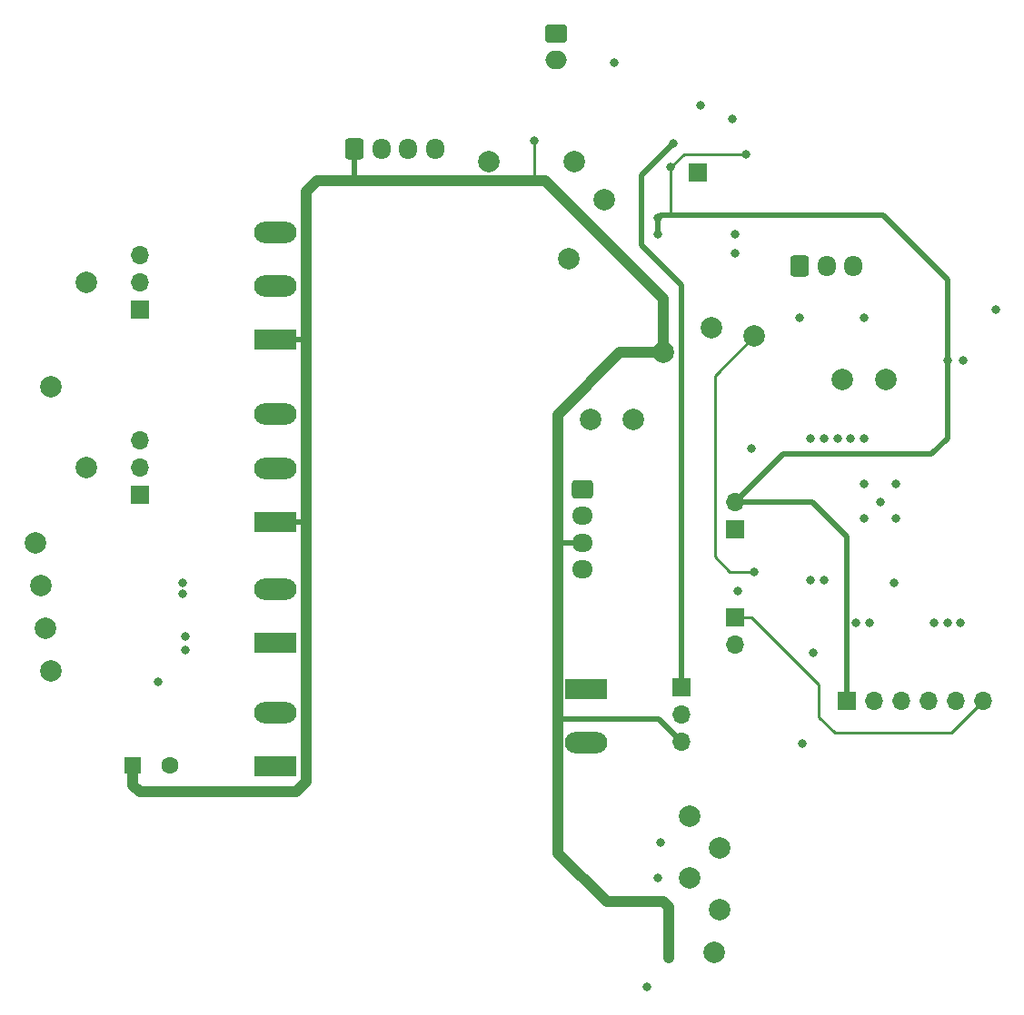
<source format=gbl>
%TF.GenerationSoftware,KiCad,Pcbnew,(6.0.5)*%
%TF.CreationDate,2022-06-07T13:18:44+00:00*%
%TF.ProjectId,co2_sensor_node,636f325f-7365-46e7-936f-725f6e6f6465,rev?*%
%TF.SameCoordinates,Original*%
%TF.FileFunction,Copper,L4,Bot*%
%TF.FilePolarity,Positive*%
%FSLAX46Y46*%
G04 Gerber Fmt 4.6, Leading zero omitted, Abs format (unit mm)*
G04 Created by KiCad (PCBNEW (6.0.5)) date 2022-06-07 13:18:44*
%MOMM*%
%LPD*%
G01*
G04 APERTURE LIST*
G04 Aperture macros list*
%AMRoundRect*
0 Rectangle with rounded corners*
0 $1 Rounding radius*
0 $2 $3 $4 $5 $6 $7 $8 $9 X,Y pos of 4 corners*
0 Add a 4 corners polygon primitive as box body*
4,1,4,$2,$3,$4,$5,$6,$7,$8,$9,$2,$3,0*
0 Add four circle primitives for the rounded corners*
1,1,$1+$1,$2,$3*
1,1,$1+$1,$4,$5*
1,1,$1+$1,$6,$7*
1,1,$1+$1,$8,$9*
0 Add four rect primitives between the rounded corners*
20,1,$1+$1,$2,$3,$4,$5,0*
20,1,$1+$1,$4,$5,$6,$7,0*
20,1,$1+$1,$6,$7,$8,$9,0*
20,1,$1+$1,$8,$9,$2,$3,0*%
G04 Aperture macros list end*
%TA.AperFunction,ComponentPad*%
%ADD10R,1.700000X1.700000*%
%TD*%
%TA.AperFunction,ComponentPad*%
%ADD11O,1.700000X1.700000*%
%TD*%
%TA.AperFunction,ComponentPad*%
%ADD12C,2.000000*%
%TD*%
%TA.AperFunction,ComponentPad*%
%ADD13R,3.960000X1.980000*%
%TD*%
%TA.AperFunction,ComponentPad*%
%ADD14O,3.960000X1.980000*%
%TD*%
%TA.AperFunction,ComponentPad*%
%ADD15RoundRect,0.250000X-0.725000X0.600000X-0.725000X-0.600000X0.725000X-0.600000X0.725000X0.600000X0*%
%TD*%
%TA.AperFunction,ComponentPad*%
%ADD16O,1.950000X1.700000*%
%TD*%
%TA.AperFunction,ComponentPad*%
%ADD17RoundRect,0.250000X-0.750000X0.600000X-0.750000X-0.600000X0.750000X-0.600000X0.750000X0.600000X0*%
%TD*%
%TA.AperFunction,ComponentPad*%
%ADD18O,2.000000X1.700000*%
%TD*%
%TA.AperFunction,ComponentPad*%
%ADD19RoundRect,0.250000X-0.600000X-0.725000X0.600000X-0.725000X0.600000X0.725000X-0.600000X0.725000X0*%
%TD*%
%TA.AperFunction,ComponentPad*%
%ADD20O,1.700000X1.950000*%
%TD*%
%TA.AperFunction,ComponentPad*%
%ADD21R,1.600000X1.600000*%
%TD*%
%TA.AperFunction,ComponentPad*%
%ADD22C,1.600000*%
%TD*%
%TA.AperFunction,ComponentPad*%
%ADD23C,0.500000*%
%TD*%
%TA.AperFunction,SMDPad,CuDef*%
%ADD24R,1.680000X1.680000*%
%TD*%
%TA.AperFunction,ViaPad*%
%ADD25C,0.800000*%
%TD*%
%TA.AperFunction,Conductor*%
%ADD26C,1.000000*%
%TD*%
%TA.AperFunction,Conductor*%
%ADD27C,0.500000*%
%TD*%
%TA.AperFunction,Conductor*%
%ADD28C,0.250000*%
%TD*%
G04 APERTURE END LIST*
D10*
%TO.P,JP1,1,Pin_1*%
%TO.N,/Microprocessor section/MTDO*%
X169500000Y-106750000D03*
D11*
%TO.P,JP1,2,Pin_2*%
%TO.N,+3V3*%
X169500000Y-104210000D03*
%TD*%
D12*
%TO.P,TP6,1,1*%
%TO.N,/CO2 Sensor Connector/UART_RX*%
X156000000Y-96500000D03*
%TD*%
D13*
%TO.P,J3,1,Pin_1*%
%TO.N,/Valve Driver/OUT_B*%
X126625000Y-117335000D03*
D14*
%TO.P,J3,2,Pin_2*%
%TO.N,/Valve Driver/OUT_A*%
X126625000Y-112335000D03*
%TD*%
D12*
%TO.P,TP5,1,1*%
%TO.N,/Microprocessor section/PWR_EN*%
X171250000Y-88750000D03*
%TD*%
%TO.P,TP2,1,1*%
%TO.N,/Atmo sensor/SCL*%
X154500000Y-72500000D03*
%TD*%
D13*
%TO.P,J5,1,Pin_1*%
%TO.N,/Atmo sensor/3V3_IN*%
X126625000Y-106045000D03*
D14*
%TO.P,J5,2,Pin_2*%
%TO.N,/Microprocessor section/MOISTURE_SENSOR*%
X126625000Y-101045000D03*
%TO.P,J5,3,Pin_3*%
%TO.N,GND*%
X126625000Y-96045000D03*
%TD*%
D12*
%TO.P,TP4,1,1*%
%TO.N,+3V3*%
X157250000Y-76000000D03*
%TD*%
D10*
%TO.P,J11,1,Pin_1*%
%TO.N,+3V3*%
X179900000Y-122750000D03*
D11*
%TO.P,J11,2,Pin_2*%
%TO.N,GND*%
X182440000Y-122750000D03*
%TO.P,J11,3,Pin_3*%
%TO.N,/Microprocessor section/RXD0*%
X184980000Y-122750000D03*
%TO.P,J11,4,Pin_4*%
%TO.N,/Microprocessor section/TXD0*%
X187520000Y-122750000D03*
%TO.P,J11,5,Pin_5*%
%TO.N,/Microprocessor section/EN*%
X190060000Y-122750000D03*
%TO.P,J11,6,Pin_6*%
%TO.N,/Microprocessor section/BOOT*%
X192600000Y-122750000D03*
%TD*%
D15*
%TO.P,J9,1,Pin_1*%
%TO.N,/CO2 Sensor Connector/UART_TX*%
X155250000Y-103000000D03*
D16*
%TO.P,J9,2,Pin_2*%
%TO.N,/CO2 Sensor Connector/UART_RX*%
X155250000Y-105500000D03*
%TO.P,J9,3,Pin_3*%
%TO.N,/Atmo sensor/3V3_IN*%
X155250000Y-108000000D03*
%TO.P,J9,4,Pin_4*%
%TO.N,GND*%
X155250000Y-110500000D03*
%TD*%
D12*
%TO.P,TP15,1,1*%
%TO.N,/Microprocessor section/CELL_2*%
X179500000Y-92750000D03*
%TD*%
D10*
%TO.P,J2,1,Pin_1*%
%TO.N,/Atmo sensor/3V3_IN*%
X114000000Y-86290000D03*
D11*
%TO.P,J2,2,Pin_2*%
%TO.N,/Microprocessor section/TEMP_SENSOR*%
X114000000Y-83750000D03*
%TO.P,J2,3,Pin_3*%
%TO.N,GND*%
X114000000Y-81210000D03*
%TD*%
D10*
%TO.P,J12,1,Pin_1*%
%TO.N,+BATT*%
X164500000Y-121475000D03*
D11*
%TO.P,J12,2,Pin_2*%
%TO.N,Net-(D3-Pad1)*%
X164500000Y-124015000D03*
%TO.P,J12,3,Pin_3*%
%TO.N,/Atmo sensor/3V3_IN*%
X164500000Y-126555000D03*
%TD*%
D12*
%TO.P,TP1,1,1*%
%TO.N,/Atmo sensor/3V3_IN*%
X162750000Y-90250000D03*
%TD*%
D17*
%TO.P,J7,1,Pin_1*%
%TO.N,Net-(F1-Pad2)*%
X152775000Y-60500000D03*
D18*
%TO.P,J7,2,Pin_2*%
%TO.N,GND*%
X152775000Y-63000000D03*
%TD*%
D12*
%TO.P,TP16,1,1*%
%TO.N,/Microprocessor section/VALVE_1_REV*%
X104750000Y-112000000D03*
%TD*%
D13*
%TO.P,J4,1,Pin_1*%
%TO.N,/Valve Driver/OUT_D*%
X126625000Y-128835000D03*
D14*
%TO.P,J4,2,Pin_2*%
%TO.N,/Valve Driver/OUT_C*%
X126625000Y-123835000D03*
%TD*%
D12*
%TO.P,TP10,1,1*%
%TO.N,GND*%
X105750000Y-93500000D03*
%TD*%
%TO.P,TP13,1,1*%
%TO.N,/Microprocessor section/TEMP_SENSOR*%
X109000000Y-83750000D03*
%TD*%
%TO.P,TP18,1,1*%
%TO.N,/Microprocessor section/VALVE_1_FWD*%
X104250000Y-108000000D03*
%TD*%
D10*
%TO.P,JP2,1,Pin_1*%
%TO.N,/Microprocessor section/BOOT*%
X169500000Y-114975000D03*
D11*
%TO.P,JP2,2,Pin_2*%
%TO.N,GND*%
X169500000Y-117515000D03*
%TD*%
D12*
%TO.P,TP9,1,1*%
%TO.N,GND*%
X167250000Y-88000000D03*
%TD*%
%TO.P,TP12,1,1*%
%TO.N,/Microprocessor section/MOISTURE_SENSOR*%
X109000000Y-101000000D03*
%TD*%
D19*
%TO.P,J10,1,Pin_1*%
%TO.N,/Atmo sensor/3V3_IN*%
X134000000Y-71250000D03*
D20*
%TO.P,J10,2,Pin_2*%
%TO.N,/Atmo sensor/SCL*%
X136500000Y-71250000D03*
%TO.P,J10,3,Pin_3*%
%TO.N,/Atmo sensor/SDA*%
X139000000Y-71250000D03*
%TO.P,J10,4,Pin_4*%
%TO.N,GND*%
X141500000Y-71250000D03*
%TD*%
D13*
%TO.P,J6,1,Pin_1*%
%TO.N,/Atmo sensor/3V3_IN*%
X126625000Y-89045000D03*
D14*
%TO.P,J6,2,Pin_2*%
%TO.N,/Microprocessor section/TEMP_SENSOR*%
X126625000Y-84045000D03*
%TO.P,J6,3,Pin_3*%
%TO.N,GND*%
X126625000Y-79045000D03*
%TD*%
D12*
%TO.P,TP11,1,1*%
%TO.N,GND*%
X165250000Y-133500000D03*
%TD*%
%TO.P,TP8,1,1*%
%TO.N,GND*%
X154000000Y-81500000D03*
%TD*%
%TO.P,TP3,1,1*%
%TO.N,/Atmo sensor/SDA*%
X146500000Y-72500000D03*
%TD*%
%TO.P,TP19,1,1*%
%TO.N,/Microprocessor section/VALVE_2_REV*%
X105750000Y-120000000D03*
%TD*%
D21*
%TO.P,C10,1*%
%TO.N,/Atmo sensor/3V3_IN*%
X113347349Y-128750000D03*
D22*
%TO.P,C10,2*%
%TO.N,GND*%
X116847349Y-128750000D03*
%TD*%
D10*
%TO.P,J1,1,Pin_1*%
%TO.N,/Atmo sensor/3V3_IN*%
X114000000Y-103540000D03*
D11*
%TO.P,J1,2,Pin_2*%
%TO.N,/Microprocessor section/MOISTURE_SENSOR*%
X114000000Y-101000000D03*
%TO.P,J1,3,Pin_3*%
%TO.N,GND*%
X114000000Y-98460000D03*
%TD*%
D12*
%TO.P,TP14,1,1*%
%TO.N,/Microprocessor section/CELL_1*%
X183500000Y-92750000D03*
%TD*%
%TO.P,TP20,1,1*%
%TO.N,/Microprocessor section/SPI_MOSI*%
X168000000Y-142250000D03*
%TD*%
%TO.P,TP7,1,1*%
%TO.N,/CO2 Sensor Connector/UART_TX*%
X160000000Y-96500000D03*
%TD*%
%TO.P,TP17,1,1*%
%TO.N,/Microprocessor section/VALVE_2_FWD*%
X105250000Y-116000000D03*
%TD*%
%TO.P,TP21,1,1*%
%TO.N,/Microprocessor section/SPI_SCLK*%
X165250000Y-139250000D03*
%TD*%
%TO.P,TP22,1,1*%
%TO.N,/Microprocessor section/SPI_SD_CSN*%
X167500000Y-146250000D03*
%TD*%
D23*
%TO.P,U1,17,EP*%
%TO.N,GND*%
X166590000Y-74090000D03*
D24*
X166000000Y-73500000D03*
D23*
X165410000Y-74090000D03*
X166590000Y-72910000D03*
X165410000Y-72910000D03*
%TD*%
D13*
%TO.P,J13,1,Pin_1*%
%TO.N,Net-(D3-Pad1)*%
X155625000Y-121665000D03*
D14*
%TO.P,J13,2,Pin_2*%
%TO.N,Net-(D3-Pad2)*%
X155625000Y-126665000D03*
%TD*%
D12*
%TO.P,TP23,1,1*%
%TO.N,/Microprocessor section/SPI_MISO*%
X168000000Y-136500000D03*
%TD*%
D19*
%TO.P,J8,1,Pin_1*%
%TO.N,Net-(J8-Pad1)*%
X175500000Y-82225000D03*
D20*
%TO.P,J8,2,Pin_2*%
%TO.N,Net-(J8-Pad2)*%
X178000000Y-82225000D03*
%TO.P,J8,3,Pin_3*%
%TO.N,GND*%
X180500000Y-82225000D03*
%TD*%
D25*
%TO.N,GND*%
X169750000Y-112500000D03*
X118250000Y-116750000D03*
X181500000Y-102500000D03*
X181500000Y-87000000D03*
X118000000Y-112750000D03*
X169250000Y-68500000D03*
X169500000Y-79250000D03*
X162250000Y-139250000D03*
X190500000Y-115500000D03*
X175750000Y-126750000D03*
X118250000Y-118000000D03*
X193750000Y-86250000D03*
X183000000Y-104250000D03*
X115750000Y-121000000D03*
X176750000Y-118250000D03*
X118000000Y-111750000D03*
X171000000Y-99250000D03*
X184500000Y-105750000D03*
X184500000Y-102500000D03*
X181500000Y-105750000D03*
X162500000Y-136000000D03*
X190750000Y-91000000D03*
X169500000Y-81000000D03*
X158250000Y-63250000D03*
X175500000Y-87000000D03*
X166250000Y-67250000D03*
X161250000Y-149400000D03*
%TO.N,/Atmo sensor/3V3_IN*%
X163250000Y-146750000D03*
X162750000Y-141500000D03*
X150750000Y-70500000D03*
%TO.N,+BATT*%
X163750000Y-70750000D03*
%TO.N,+3V3*%
X163500000Y-73000000D03*
X189250000Y-91000000D03*
X162250000Y-77750000D03*
X162250000Y-79250000D03*
X170500000Y-71750000D03*
%TO.N,/Microprocessor section/MOISTURE_SENSOR*%
X179000000Y-98250000D03*
%TO.N,/Microprocessor section/TEMP_SENSOR*%
X184250000Y-111750000D03*
%TO.N,/Atmo sensor/SCL*%
X177750000Y-111500000D03*
%TO.N,/Atmo sensor/SDA*%
X176500000Y-111500000D03*
%TO.N,/Microprocessor section/SPI_MOSI*%
X189250000Y-115500000D03*
%TO.N,/Microprocessor section/SPI_SCLK*%
X180750000Y-115500000D03*
%TO.N,/Microprocessor section/SPI_MISO*%
X182000000Y-115500000D03*
%TO.N,/Microprocessor section/SPI_SD_CSN*%
X188000000Y-115500000D03*
%TO.N,/Microprocessor section/PWR_EN*%
X171250000Y-110750000D03*
%TO.N,/Microprocessor section/VALVE_1_REV*%
X180250000Y-98250000D03*
%TO.N,/Microprocessor section/VALVE_2_FWD*%
X177750000Y-98250000D03*
%TO.N,/Microprocessor section/VALVE_1_FWD*%
X181500000Y-98250000D03*
%TO.N,/Microprocessor section/VALVE_2_REV*%
X176500000Y-98250000D03*
%TD*%
D26*
%TO.N,/Atmo sensor/3V3_IN*%
X129500000Y-75250000D02*
X129500000Y-89000000D01*
X151750000Y-74250000D02*
X150750000Y-74250000D01*
D27*
X129455000Y-89045000D02*
X129500000Y-89000000D01*
D26*
X152945480Y-96054520D02*
X152945480Y-107804520D01*
X152945480Y-107804520D02*
X152945480Y-121804520D01*
D27*
X129295000Y-106045000D02*
X129500000Y-106250000D01*
D26*
X162750000Y-85250000D02*
X151750000Y-74250000D01*
X128579022Y-131250000D02*
X114000000Y-131250000D01*
X150750000Y-74250000D02*
X134000000Y-74250000D01*
X130500000Y-74250000D02*
X129500000Y-75250000D01*
X152945480Y-124445480D02*
X152945480Y-136945480D01*
X152945480Y-121804520D02*
X152945480Y-124445480D01*
D27*
X126625000Y-89045000D02*
X129455000Y-89045000D01*
D26*
X114000000Y-131250000D02*
X113347349Y-130597349D01*
X129500000Y-89000000D02*
X129500000Y-106250000D01*
X129500000Y-106250000D02*
X129500000Y-130329022D01*
D27*
X155250000Y-108000000D02*
X153140960Y-108000000D01*
D26*
X129500000Y-130329022D02*
X128579022Y-131250000D01*
X113347349Y-130597349D02*
X113347349Y-128750000D01*
X157500000Y-141500000D02*
X162750000Y-141500000D01*
D27*
X134000000Y-71250000D02*
X134000000Y-74250000D01*
D26*
X134000000Y-74250000D02*
X130500000Y-74250000D01*
X162750000Y-90250000D02*
X158750000Y-90250000D01*
D27*
X162390480Y-124445480D02*
X152945480Y-124445480D01*
D26*
X162750000Y-90250000D02*
X162750000Y-85250000D01*
X158750000Y-90250000D02*
X152945480Y-96054520D01*
X152945480Y-136945480D02*
X157500000Y-141500000D01*
D27*
X164500000Y-126555000D02*
X162390480Y-124445480D01*
D26*
X163250000Y-142000000D02*
X163250000Y-146750000D01*
D27*
X153140960Y-108000000D02*
X152945480Y-107804520D01*
D26*
X162750000Y-141500000D02*
X163250000Y-142000000D01*
D27*
X126625000Y-106045000D02*
X129295000Y-106045000D01*
D28*
X150750000Y-70500000D02*
X150750000Y-74250000D01*
D27*
%TO.N,+BATT*%
X160750000Y-73750000D02*
X163750000Y-70750000D01*
X160750000Y-80250000D02*
X160750000Y-73750000D01*
X164500000Y-121475000D02*
X164500000Y-84000000D01*
X164500000Y-84000000D02*
X160750000Y-80250000D01*
%TO.N,+3V3*%
X162250000Y-77750000D02*
X162500000Y-77500000D01*
X176710000Y-104210000D02*
X179900000Y-107400000D01*
X162500000Y-77500000D02*
X163250000Y-77500000D01*
D28*
X163500000Y-73000000D02*
X164750000Y-71750000D01*
D27*
X163250000Y-77500000D02*
X163500000Y-77500000D01*
X170250000Y-77500000D02*
X183250000Y-77500000D01*
X163500000Y-77500000D02*
X170250000Y-77500000D01*
D28*
X164750000Y-71750000D02*
X170500000Y-71750000D01*
D27*
X169500000Y-104210000D02*
X176710000Y-104210000D01*
D28*
X163500000Y-73000000D02*
X163500000Y-77500000D01*
D27*
X179900000Y-107400000D02*
X179900000Y-122750000D01*
X162250000Y-79250000D02*
X162250000Y-77750000D01*
X189250000Y-98250000D02*
X187750000Y-99750000D01*
X187750000Y-99750000D02*
X173960000Y-99750000D01*
X173960000Y-99750000D02*
X169500000Y-104210000D01*
X183250000Y-77500000D02*
X189250000Y-83500000D01*
X189250000Y-83500000D02*
X189250000Y-91000000D01*
X189250000Y-91000000D02*
X189250000Y-98250000D01*
D28*
%TO.N,/Microprocessor section/BOOT*%
X189600000Y-125750000D02*
X192600000Y-122750000D01*
X177250000Y-124250000D02*
X178750000Y-125750000D01*
X170975000Y-114975000D02*
X177250000Y-121250000D01*
X177250000Y-121250000D02*
X177250000Y-124250000D01*
X178750000Y-125750000D02*
X189600000Y-125750000D01*
X169500000Y-114975000D02*
X170975000Y-114975000D01*
%TO.N,/Microprocessor section/PWR_EN*%
X169000000Y-110750000D02*
X167574511Y-109324511D01*
X167574511Y-109324511D02*
X167574511Y-92425489D01*
X171250000Y-110750000D02*
X169000000Y-110750000D01*
X167574511Y-92425489D02*
X171250000Y-88750000D01*
%TD*%
M02*

</source>
